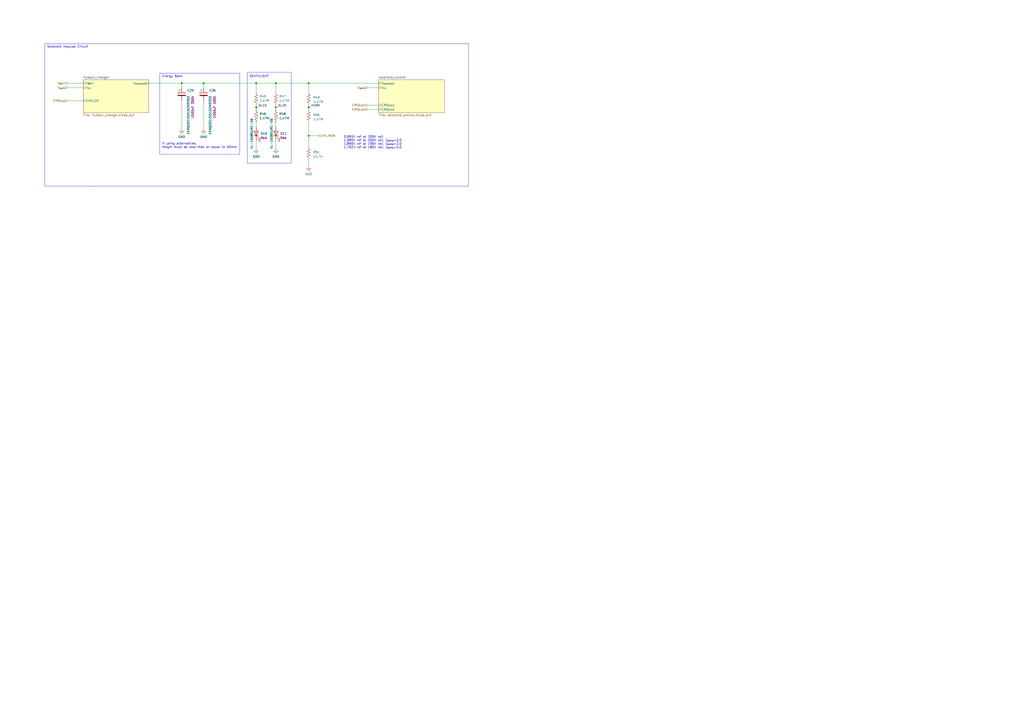
<source format=kicad_sch>
(kicad_sch (version 20231120) (generator "eeschema") (generator_version "8.0")
  (paper "A2")
  (title_block (title "Kicker") (date "2024-12-04") (rev "4.0") (company "The A-Team (RC SSL)") (comment 1 "W. Stuckey"))
  (lib_symbols
    (symbol "Device:C_Polarized" (pin_numbers hide) (pin_names (offset 0.254))
      (property "Reference" "C" (at 0.635 2.54 0))
      (property "Value" "C_Polarized" (at 0.635 -2.54 0))
      (symbol "C_Polarized_0_1"
        (rectangle (start -2.286 0.508) (end 2.286 1.016))
        (polyline (pts (xy -1.778 2.286) (xy -0.762 2.286)))
        (polyline (pts (xy -1.27 2.794) (xy -1.27 1.778)))
        (rectangle (start 2.286 -0.508) (end -2.286 -1.016) (fill (type outline)))
      )
      (symbol "C_Polarized_1_1"
        (pin passive line (at 0 3.81 270) (length 2.794) (name "~") (number "1"))
        (pin passive line (at 0 -3.81 90) (length 2.794) (name "~") (number "2"))
      )
    )
    (symbol "Device:LED" (pin_numbers hide) (pin_names (offset 1.016) hide)
      (property "Reference" "D" (at 0 2.54 0))
      (property "Value" "LED" (at 0 -2.54 0))
      (symbol "LED_0_1"
        (polyline (pts (xy -1.27 -1.27) (xy -1.27 1.27)) (stroke (width 0.254)))
        (polyline (pts (xy -1.27 0) (xy 1.27 0)))
        (polyline (pts (xy 1.27 -1.27) (xy 1.27 1.27) (xy -1.27 0) (xy 1.27 -1.27)) (stroke (width 0.254)))
        (polyline (pts (xy -3.048 -0.762) (xy -4.572 -2.286) (xy -3.81 -2.286) (xy -4.572 -2.286) (xy -4.572 -1.524)))
        (polyline (pts (xy -1.778 -0.762) (xy -3.302 -2.286) (xy -2.54 -2.286) (xy -3.302 -2.286) (xy -3.302 -1.524)))
      )
      (symbol "LED_1_1"
        (pin passive line (at -3.81 0 0) (length 2.54) (name "K") (number "1"))
        (pin passive line (at 3.81 0 180) (length 2.54) (name "A") (number "2"))
      )
    )
    (symbol "Device:R_US" (pin_numbers hide) (pin_names (offset 0))
      (property "Reference" "R" (at 2.54 0 90))
      (property "Value" "R_US" (at -2.54 0 90))
      (symbol "R_US_0_1"
        (polyline (pts (xy 0 -2.286) (xy 0 -2.54)))
        (polyline (pts (xy 0 2.286) (xy 0 2.54)))
        (polyline (pts (xy 0 -0.762) (xy 1.016 -1.143) (xy 0 -1.524) (xy -1.016 -1.905) (xy 0 -2.286)))
        (polyline (pts (xy 0 0.762) (xy 1.016 0.381) (xy 0 0) (xy -1.016 -0.381) (xy 0 -0.762)))
        (polyline (pts (xy 0 2.286) (xy 1.016 1.905) (xy 0 1.524) (xy -1.016 1.143) (xy 0 0.762)))
      )
      (symbol "R_US_1_1"
        (pin passive line (at 0 3.81 270) (length 1.27) (name "~") (number "1"))
        (pin passive line (at 0 -3.81 90) (length 1.27) (name "~") (number "2"))
      )
    )
    (symbol "power:GND" (power) (pin_numbers hide) (pin_names (offset 0) hide)
      (property "Value" "GND" (at 0 -3.81 0))
      (symbol "GND_0_1"
        (polyline (pts (xy 0 0) (xy 0 -1.27) (xy 1.27 -1.27) (xy 0 -2.54) (xy -1.27 -1.27) (xy 0 -1.27)))
      )
      (symbol "GND_1_1"
        (pin power_in line (at 0 0 270) (length 0) (name "~") (number "1"))
      )
    )
  )
  (junction (at 179.07 78.74))
  (junction (at 105.41 48.26))
  (junction (at 148.59 48.26))
  (junction (at 160.02 48.26))
  (junction (at 160.02 62.23))
  (junction (at 148.59 62.23))
  (junction (at 179.07 48.26))
  (junction (at 179.07 62.23))
  (junction (at 118.11 48.26))
  (polyline (pts (xy 168.91 41.91) (xy 168.91 94.615)))
  (wire (pts (xy 179.07 78.74) (xy 185.42 78.74)))
  (wire (pts (xy 39.37 48.26) (xy 48.26 48.26)))
  (wire (pts (xy 148.59 62.23) (xy 149.86 62.23)))
  (wire (pts (xy 160.02 62.23) (xy 161.29 62.23)))
  (wire (pts (xy 105.41 48.26) (xy 105.41 50.8)))
  (wire (pts (xy 179.07 92.71) (xy 179.07 96.52)))
  (wire (pts (xy 160.02 71.12) (xy 160.02 73.66)))
  (wire (pts (xy 179.07 62.23) (xy 179.07 63.5)))
  (wire (pts (xy 118.11 48.26) (xy 148.59 48.26)))
  (wire (pts (xy 39.37 50.8) (xy 48.26 50.8)))
  (wire (pts (xy 118.11 48.26) (xy 118.11 50.8)))
  (polyline (pts (xy 26.035 107.95) (xy 26.035 25.4)))
  (polyline (pts (xy 271.78 107.95) (xy 54.61 107.95)))
  (wire (pts (xy 213.36 50.8) (xy 219.71 50.8)))
  (wire (pts (xy 148.59 62.23) (xy 148.59 63.5)))
  (wire (pts (xy 105.41 58.42) (xy 105.41 74.93)))
  (wire (pts (xy 148.59 71.12) (xy 148.59 73.66)))
  (polyline (pts (xy 143.51 41.91) (xy 143.51 94.615)))
  (polyline (pts (xy 143.51 41.91) (xy 168.91 41.91)))
  (wire (pts (xy 148.59 60.96) (xy 148.59 62.23)))
  (wire (pts (xy 39.37 58.42) (xy 48.26 58.42)))
  (wire (pts (xy 179.07 71.12) (xy 179.07 78.74)))
  (polyline (pts (xy 168.91 94.615) (xy 143.51 94.615)))
  (wire (pts (xy 179.07 78.74) (xy 179.07 85.09)))
  (wire (pts (xy 148.59 53.34) (xy 148.59 48.26)))
  (wire (pts (xy 179.07 62.23) (xy 180.34 62.23)))
  (wire (pts (xy 213.36 63.5) (xy 219.71 63.5)))
  (polyline (pts (xy 92.71 42.545) (xy 139.065 42.545)))
  (polyline (pts (xy 92.71 42.545) (xy 92.71 89.535)))
  (wire (pts (xy 160.02 81.28) (xy 160.02 86.36)))
  (wire (pts (xy 160.02 60.96) (xy 160.02 62.23)))
  (polyline (pts (xy 53.975 107.95) (xy 26.035 107.95)))
  (polyline (pts (xy 92.71 89.535) (xy 139.065 89.535)))
  (wire (pts (xy 213.36 60.96) (xy 219.71 60.96)))
  (wire (pts (xy 118.11 58.42) (xy 118.11 74.93)))
  (wire (pts (xy 105.41 48.26) (xy 118.11 48.26)))
  (wire (pts (xy 148.59 48.26) (xy 160.02 48.26)))
  (wire (pts (xy 160.02 62.23) (xy 160.02 63.5)))
  (polyline (pts (xy 139.065 89.535) (xy 139.065 42.545)))
  (wire (pts (xy 86.36 48.26) (xy 105.41 48.26)))
  (wire (pts (xy 148.59 81.28) (xy 148.59 86.36)))
  (wire (pts (xy 179.07 53.34) (xy 179.07 48.26)))
  (polyline (pts (xy 54.61 107.95) (xy 53.975 107.95)))
  (polyline (pts (xy 271.78 25.4) (xy 271.78 107.95)))
  (wire (pts (xy 179.07 60.96) (xy 179.07 62.23)))
  (polyline (pts (xy 26.035 25.4) (xy 271.78 25.4)))
  (wire (pts (xy 160.02 48.26) (xy 179.07 48.26)))
  (wire (pts (xy 179.07 48.26) (xy 219.71 48.26)))
  (wire (pts (xy 160.02 53.34) (xy 160.02 48.26)))
  (text "0.995V ref at 200V rail\n1.990V ref at 200V rail, G_{amp}=2.0\n1.890V ref at 190V rail, G_{amp}=2.0\n1.792V ref at 180V rail, G_{amp}=2.0" (at 199.39 86.36 0) (effects (font (size 1.27 1.27)) (justify left bottom)))
  (text "Solenoid Impulse Circuit" (at 27.305 27.94 0) (effects (font (size 1.27 1.27)) (justify left bottom)))
  (text "DEATHLIGHT" (at 144.78 45.085 0) (effects (font (size 1.27 1.27)) (justify left bottom)))
  (text "Energy Bank" (at 93.98 45.085 0) (effects (font (size 1.27 1.27)) (justify left bottom)))
  (text "If using alternatives,\nheight must be less than or equal to 50mm" (at 93.98 84.455 0) (effects (font (size 1.27 1.27)) (justify left)))
  (label "DL2S" (at 161.29 62.23 0))
  (label "HVMS" (at 180.34 62.23 0))
  (label "DL1S" (at 149.86 62.23 0))
  (hierarchical_label "CMD_{CHG}" (shape input) (at 39.37 58.42 180))
  (hierarchical_label "V_{gate}" (shape input) (at 39.37 50.8 180))
  (hierarchical_label "CMD_{CHIP}" (shape input) (at 213.36 63.5 180))
  (hierarchical_label "CMD_{KICK}" (shape input) (at 213.36 60.96 180))
  (hierarchical_label "V_{BATT}" (shape input) (at 39.37 48.26 180))
  (hierarchical_label "HV_MON" (shape output) (at 185.42 78.74 0))
  (hierarchical_label "V_{gate}" (shape input) (at 213.36 50.8 180))
  (symbol (lib_id "Device:C_Polarized") (at 105.41 54.61 0) (unit 1)
    (property "Reference" "C25" (at 108.585 52.4509 0) (effects (justify left)))
    (property "Value" "ESMQ201VSN152MR35S" (at 109.22 78.105 90) (effects (justify left)))
    (property "Footprint" "Capacitor_THT:CP_Radial_D30.0mm_P10.00mm_SnapIn" (effects (hide yes)))
    (property "Description" "Polarized capacitor" (effects (hide yes)))
    (property "Value2" "1500uF 200V" (at 111.76 68.58 90) (effects (justify left)))
  )
  (symbol (lib_id "Device:R_US") (at 160.02 57.15 0) (unit 1)
    (property "Reference" "R47" (at 161.925 55.8799 0) (effects (justify left)))
    (property "Value" "1.47M" (at 161.925 58.4199 0) (effects (justify left)))
    (property "Footprint" "Resistor_SMD:R_0805_2012Metric" (effects (hide yes)))
    (property "Description" "Resistor, US symbol" (effects (hide yes)))
    (property "LCSC" "C189666" (effects (hide yes)))
  )
  (symbol (lib_id "Device:R_US") (at 179.07 67.31 0) (unit 1)
    (property "Reference" "R50" (at 181.61 66.675 0) (effects (justify left)))
    (property "Value" "1.47M" (at 181.61 69.215 0) (effects (justify left)))
    (property "Footprint" "Resistor_SMD:R_0805_2012Metric" (effects (hide yes)))
    (property "Description" "Resistor, US symbol" (effects (hide yes)))
    (property "LCSC" "C189666" (effects (hide yes)))
  )
  (symbol (lib_id "power:GND") (at 148.59 86.36 0) (unit 1)
    (property "Reference" "#PWR079" (effects (hide yes)))
    (property "Value" "GND" (at 148.59 90.805 0))
    (property "Description" "Power symbol creates a global label with name \"GND\" , ground" (effects (hide yes)))
  )
  (symbol (lib_id "Device:R_US") (at 179.07 88.9 0) (unit 1)
    (property "Reference" "R51" (at 181.61 88.265 0) (effects (justify left)))
    (property "Value" "14.7k" (at 181.61 90.805 0) (effects (justify left)))
    (property "Footprint" "Resistor_SMD:R_0402_1005Metric" (effects (hide yes)))
    (property "Description" "Resistor, US symbol" (effects (hide yes)))
    (property "LCSC" "C25856" (effects (hide yes)))
  )
  (symbol (lib_id "Device:R_US") (at 148.59 67.31 0) (unit 1)
    (property "Reference" "R46" (at 150.495 66.0399 0) (effects (justify left)))
    (property "Value" "1.47M" (at 150.495 68.5799 0) (effects (justify left)))
    (property "Footprint" "Resistor_SMD:R_0805_2012Metric" (effects (hide yes)))
    (property "Description" "Resistor, US symbol" (effects (hide yes)))
    (property "LCSC" "C189666" (effects (hide yes)))
  )
  (symbol (lib_id "Device:R_US") (at 179.07 57.15 0) (unit 1)
    (property "Reference" "R49" (at 181.61 56.515 0) (effects (justify left)))
    (property "Value" "1.47M" (at 181.61 59.055 0) (effects (justify left)))
    (property "Footprint" "Resistor_SMD:R_0805_2012Metric" (effects (hide yes)))
    (property "Description" "Resistor, US symbol" (effects (hide yes)))
    (property "LCSC" "C189666" (effects (hide yes)))
  )
  (symbol (lib_id "power:GND") (at 105.41 74.93 0) (unit 1)
    (property "Reference" "#PWR077" (effects (hide yes)))
    (property "Value" "GND" (at 105.41 79.375 0))
    (property "Description" "Power symbol creates a global label with name \"GND\" , ground" (effects (hide yes)))
  )
  (symbol (lib_id "power:GND") (at 179.07 96.52 0) (unit 1)
    (property "Reference" "#PWR081" (effects (hide yes)))
    (property "Value" "GND" (at 179.07 100.965 0))
    (property "Description" "Power symbol creates a global label with name \"GND\" , ground" (effects (hide yes)))
  )
  (symbol (lib_id "power:GND") (at 118.11 74.93 0) (unit 1)
    (property "Reference" "#PWR078" (effects (hide yes)))
    (property "Value" "GND" (at 118.11 79.375 0))
    (property "Description" "Power symbol creates a global label with name \"GND\" , ground" (effects (hide yes)))
  )
  (symbol (lib_id "Device:R_US") (at 148.59 57.15 0) (unit 1)
    (property "Reference" "R45" (at 150.495 55.8799 0) (effects (justify left)))
    (property "Value" "1.47M" (at 150.495 58.4199 0) (effects (justify left)))
    (property "Footprint" "Resistor_SMD:R_0805_2012Metric" (effects (hide yes)))
    (property "Description" "Resistor, US symbol" (effects (hide yes)))
    (property "LCSC" "C189666" (effects (hide yes)))
  )
  (symbol (lib_id "power:GND") (at 160.02 86.36 0) (unit 1)
    (property "Reference" "#PWR080" (effects (hide yes)))
    (property "Value" "GND" (at 160.02 90.805 0))
    (property "Description" "Power symbol creates a global label with name \"GND\" , ground" (effects (hide yes)))
  )
  (symbol (lib_id "Device:R_US") (at 160.02 67.31 0) (unit 1)
    (property "Reference" "R48" (at 161.925 66.0399 0) (effects (justify left)))
    (property "Value" "1.47M" (at 161.925 68.5799 0) (effects (justify left)))
    (property "Footprint" "Resistor_SMD:R_0805_2012Metric" (effects (hide yes)))
    (property "Description" "Resistor, US symbol" (effects (hide yes)))
    (property "LCSC" "C189666" (effects (hide yes)))
  )
  (symbol (lib_id "Device:LED") (at 160.02 77.47 90) (unit 1)
    (property "Reference" "D11" (at 162.56 77.47 90) (effects (justify right)))
    (property "Value" "XL-1608SURC-06" (at 157.48 77.47 0))
    (property "Footprint" "AT-LED:LED0603" (effects (hide yes)))
    (property "Description" "Light emitting diode" (effects (hide yes)))
    (property "Value2" "Red" (at 162.56 80.01 90) (effects (justify right)))
    (property "LCSC" "C965799" (effects (hide yes)))
  )
  (symbol (lib_id "Device:C_Polarized") (at 118.11 54.61 0) (unit 1)
    (property "Reference" "C26" (at 121.285 52.4509 0) (effects (justify left)))
    (property "Value" "ESMQ201VSN152MR35S" (at 121.92 78.105 90) (effects (justify left)))
    (property "Footprint" "Capacitor_THT:CP_Radial_D30.0mm_P10.00mm_SnapIn" (effects (hide yes)))
    (property "Description" "Polarized capacitor" (effects (hide yes)))
    (property "Value2" "1500uF 200V" (at 124.46 68.58 90) (effects (justify left)))
  )
  (symbol (lib_id "Device:LED") (at 148.59 77.47 90) (unit 1)
    (property "Reference" "D10" (at 151.13 77.47 90) (effects (justify right)))
    (property "Value" "XL-1608SURC-06" (at 146.05 77.47 0))
    (property "Footprint" "AT-LED:LED0603" (effects (hide yes)))
    (property "Description" "Light emitting diode" (effects (hide yes)))
    (property "Value2" "Red" (at 151.13 80.01 90) (effects (justify right)))
    (property "LCSC" "C965799" (effects (hide yes)))
  )
  (sheet (at 48.26 46.355) (size 38.1 19.05) (stroke (width 0.1524)) (fill (color 255 255 194 1.0000))
    (property "Sheetname" "flyback_charger" (at 48.26 45.6434 0) (effects (justify left bottom)))
    (property "Sheetfile" "flyback_charger.kicad_sch" (at 48.26 65.9896 0) (effects (justify left top)))
    (pin "CHG_EN" input (at 48.26 58.42 180))
    (pin "V_{BATT}" input (at 48.26 48.26 180))
    (pin "V_{cc}" input (at 48.26 50.8 180))
    (pin "V_{solenoid}" output (at 86.36 48.26 0))
  )
  (sheet (at 219.71 46.355) (size 38.1 19.05) (stroke (width 0.1524)) (fill (color 255 255 194 1.0000))
    (property "Sheetname" "solenoid_control" (at 219.71 45.6434 0) (effects (justify left bottom)))
    (property "Sheetfile" "solenoid_control.kicad_sch" (at 219.71 65.9896 0) (effects (justify left top)))
    (pin "V_{cc}" input (at 219.71 50.8 180))
    (pin "CMD_{CHIP}" input (at 219.71 63.5 180))
    (pin "V_{solenoid}" input (at 219.71 48.26 180))
    (pin "CMD_{KICK}" input (at 219.71 60.96 180))
  )
)
</source>
